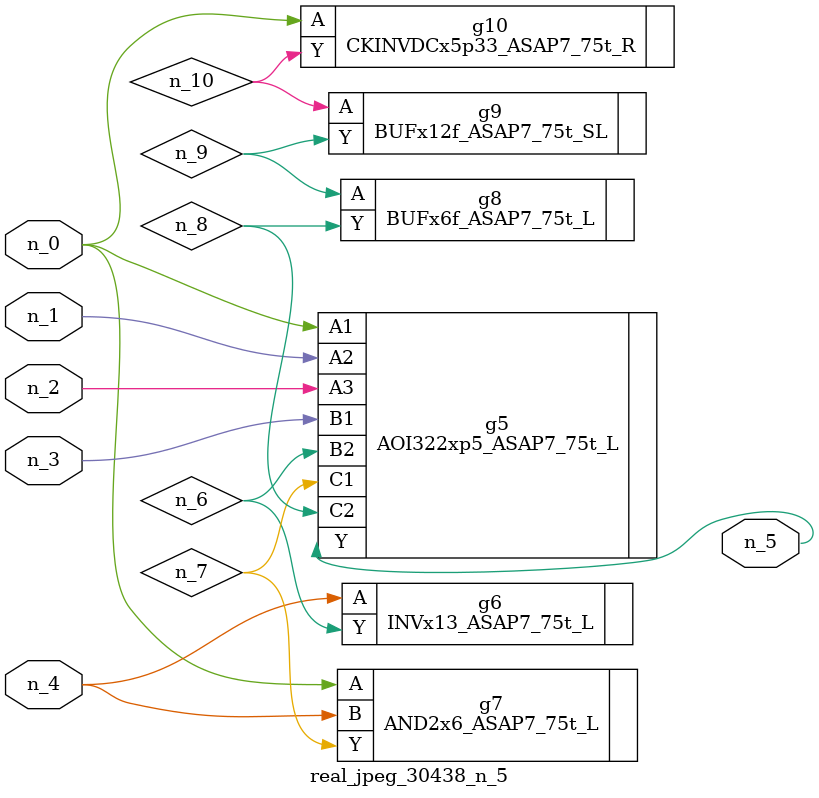
<source format=v>
module real_jpeg_30438_n_5 (n_4, n_0, n_1, n_2, n_3, n_5);

input n_4;
input n_0;
input n_1;
input n_2;
input n_3;

output n_5;

wire n_8;
wire n_6;
wire n_7;
wire n_10;
wire n_9;

AOI322xp5_ASAP7_75t_L g5 ( 
.A1(n_0),
.A2(n_1),
.A3(n_2),
.B1(n_3),
.B2(n_6),
.C1(n_7),
.C2(n_8),
.Y(n_5)
);

AND2x6_ASAP7_75t_L g7 ( 
.A(n_0),
.B(n_4),
.Y(n_7)
);

CKINVDCx5p33_ASAP7_75t_R g10 ( 
.A(n_0),
.Y(n_10)
);

INVx13_ASAP7_75t_L g6 ( 
.A(n_4),
.Y(n_6)
);

BUFx6f_ASAP7_75t_L g8 ( 
.A(n_9),
.Y(n_8)
);

BUFx12f_ASAP7_75t_SL g9 ( 
.A(n_10),
.Y(n_9)
);


endmodule
</source>
